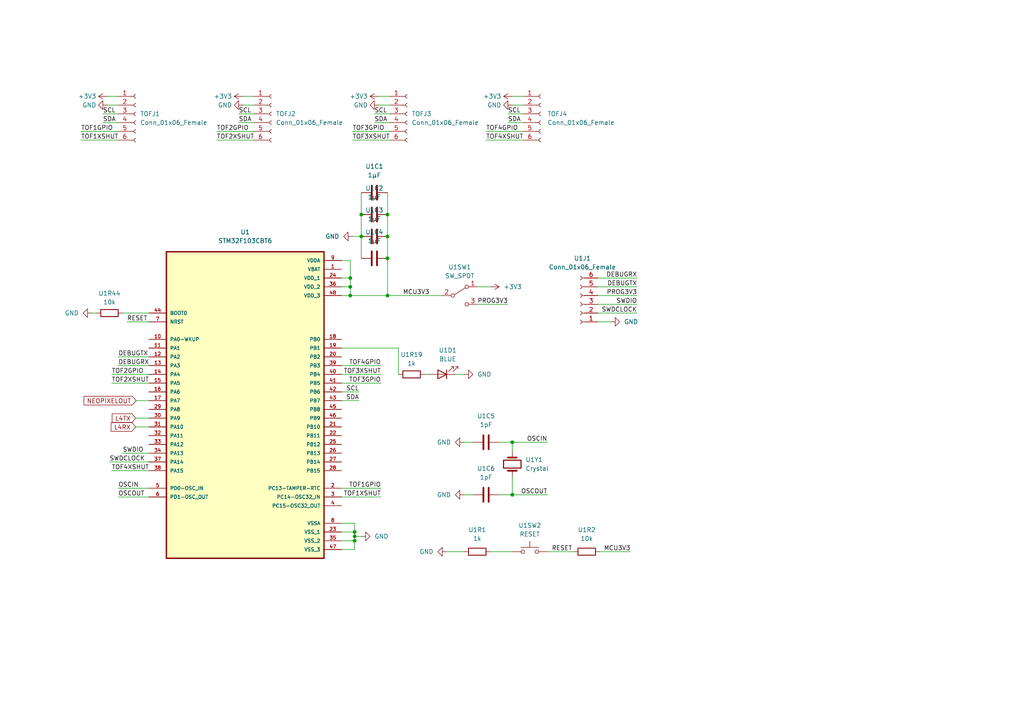
<source format=kicad_sch>
(kicad_sch (version 20211123) (generator eeschema)
  (paper "A4")
  (lib_symbols
    (symbol "Connector:Conn_01x06_Female" (pin_names (offset 1.016) hide)
      (property "Reference" "J" (at 0 7.62 0))
      (property "Value" "Conn_01x06_Female" (at 0 -10.16 0))
      (symbol "Conn_01x06_Female_1_1"
        (arc (start 0 -7.112) (mid -0.508 -7.62) (end 0 -8.128) (stroke (width 0.1524)))
        (arc (start 0 -4.572) (mid -0.508 -5.08) (end 0 -5.588) (stroke (width 0.1524)))
        (arc (start 0 -2.032) (mid -0.508 -2.54) (end 0 -3.048) (stroke (width 0.1524)))
        (polyline (pts (xy -1.27 -7.62) (xy -0.508 -7.62)) (stroke (width 0.1524)))
        (polyline (pts (xy -1.27 -5.08) (xy -0.508 -5.08)) (stroke (width 0.1524)))
        (polyline (pts (xy -1.27 -2.54) (xy -0.508 -2.54)) (stroke (width 0.1524)))
        (polyline (pts (xy -1.27 0) (xy -0.508 0)) (stroke (width 0.1524)))
        (polyline (pts (xy -1.27 2.54) (xy -0.508 2.54)) (stroke (width 0.1524)))
        (polyline (pts (xy -1.27 5.08) (xy -0.508 5.08)) (stroke (width 0.1524)))
        (arc (start 0 0.508) (mid -0.508 0) (end 0 -0.508) (stroke (width 0.1524)))
        (arc (start 0 3.048) (mid -0.508 2.54) (end 0 2.032) (stroke (width 0.1524)))
        (arc (start 0 5.588) (mid -0.508 5.08) (end 0 4.572) (stroke (width 0.1524)))
        (pin passive line (at -5.08 5.08 0) (length 3.81) (name "Pin_1") (number "1"))
        (pin passive line (at -5.08 2.54 0) (length 3.81) (name "Pin_2") (number "2"))
        (pin passive line (at -5.08 0 0) (length 3.81) (name "Pin_3") (number "3"))
        (pin passive line (at -5.08 -2.54 0) (length 3.81) (name "Pin_4") (number "4"))
        (pin passive line (at -5.08 -5.08 0) (length 3.81) (name "Pin_5") (number "5"))
        (pin passive line (at -5.08 -7.62 0) (length 3.81) (name "Pin_6") (number "6"))
      )
    )
    (symbol "Device:C" (pin_numbers hide) (pin_names (offset 0.254))
      (property "Reference" "C" (at 0.635 2.54 0))
      (property "Value" "C" (at 0.635 -2.54 0))
      (symbol "C_0_1"
        (polyline (pts (xy -2.032 -0.762) (xy 2.032 -0.762)) (stroke (width 0.508)))
        (polyline (pts (xy -2.032 0.762) (xy 2.032 0.762)) (stroke (width 0.508)))
      )
      (symbol "C_1_1"
        (pin passive line (at 0 3.81 270) (length 2.794) (name "~") (number "1"))
        (pin passive line (at 0 -3.81 90) (length 2.794) (name "~") (number "2"))
      )
    )
    (symbol "Device:Crystal" (pin_numbers hide) (pin_names (offset 1.016) hide)
      (property "Reference" "Y" (at 0 3.81 0))
      (property "Value" "Crystal" (at 0 -3.81 0))
      (symbol "Crystal_0_1"
        (rectangle (start -1.143 2.54) (end 1.143 -2.54) (stroke (width 0.3048)))
        (polyline (pts (xy -2.54 0) (xy -1.905 0)))
        (polyline (pts (xy -1.905 -1.27) (xy -1.905 1.27)) (stroke (width 0.508)))
        (polyline (pts (xy 1.905 -1.27) (xy 1.905 1.27)) (stroke (width 0.508)))
        (polyline (pts (xy 2.54 0) (xy 1.905 0)))
      )
      (symbol "Crystal_1_1"
        (pin passive line (at -3.81 0 0) (length 1.27) (name "1") (number "1"))
        (pin passive line (at 3.81 0 180) (length 1.27) (name "2") (number "2"))
      )
    )
    (symbol "Device:LED" (pin_numbers hide) (pin_names (offset 1.016) hide)
      (property "Reference" "D" (at 0 2.54 0))
      (property "Value" "LED" (at 0 -2.54 0))
      (symbol "LED_0_1"
        (polyline (pts (xy -1.27 -1.27) (xy -1.27 1.27)) (stroke (width 0.254)))
        (polyline (pts (xy -1.27 0) (xy 1.27 0)))
        (polyline (pts (xy 1.27 -1.27) (xy 1.27 1.27) (xy -1.27 0) (xy 1.27 -1.27)) (stroke (width 0.254)))
        (polyline (pts (xy -3.048 -0.762) (xy -4.572 -2.286) (xy -3.81 -2.286) (xy -4.572 -2.286) (xy -4.572 -1.524)))
        (polyline (pts (xy -1.778 -0.762) (xy -3.302 -2.286) (xy -2.54 -2.286) (xy -3.302 -2.286) (xy -3.302 -1.524)))
      )
      (symbol "LED_1_1"
        (pin passive line (at -3.81 0 0) (length 2.54) (name "K") (number "1"))
        (pin passive line (at 3.81 0 180) (length 2.54) (name "A") (number "2"))
      )
    )
    (symbol "Device:R" (pin_numbers hide) (pin_names (offset 0))
      (property "Reference" "R" (at 2.032 0 90))
      (property "Value" "R" (at 0 0 90))
      (symbol "R_0_1"
        (rectangle (start -1.016 -2.54) (end 1.016 2.54) (stroke (width 0.254)))
      )
      (symbol "R_1_1"
        (pin passive line (at 0 3.81 270) (length 1.27) (name "~") (number "1"))
        (pin passive line (at 0 -3.81 90) (length 1.27) (name "~") (number "2"))
      )
    )
    (symbol "STM32F103CBT6:STM32F103CBT6" (pin_names (offset 1.016))
      (property "Reference" "U" (at -22.86 43.942 0))
      (property "Value" "STM32F103CBT6" (at -22.86 -48.3108 0))
      (symbol "STM32F103CBT6_0_0"
        (rectangle (start -22.86 -45.72) (end 22.86 43.18) (stroke (width 0.4064)) (fill (type background)))
        (pin power_in line (at 27.94 38.1 180) (length 5.08) (name "VBAT") (number "1"))
        (pin bidirectional line (at -27.94 17.78 0) (length 5.08) (name "PA0-WKUP") (number "10"))
        (pin bidirectional line (at -27.94 15.24 0) (length 5.08) (name "PA1") (number "11"))
        (pin bidirectional line (at -27.94 12.7 0) (length 5.08) (name "PA2") (number "12"))
        (pin bidirectional line (at -27.94 10.16 0) (length 5.08) (name "PA3") (number "13"))
        (pin bidirectional line (at -27.94 7.62 0) (length 5.08) (name "PA4") (number "14"))
        (pin bidirectional line (at -27.94 5.08 0) (length 5.08) (name "PA5") (number "15"))
        (pin bidirectional line (at -27.94 2.54 0) (length 5.08) (name "PA6") (number "16"))
        (pin bidirectional line (at -27.94 0 0) (length 5.08) (name "PA7") (number "17"))
        (pin bidirectional line (at 27.94 17.78 180) (length 5.08) (name "PB0") (number "18"))
        (pin bidirectional line (at 27.94 15.24 180) (length 5.08) (name "PB1") (number "19"))
        (pin bidirectional line (at 27.94 -25.4 180) (length 5.08) (name "PC13-TAMPER-RTC") (number "2"))
        (pin bidirectional line (at 27.94 12.7 180) (length 5.08) (name "PB2") (number "20"))
        (pin bidirectional line (at 27.94 -7.62 180) (length 5.08) (name "PB10") (number "21"))
        (pin bidirectional line (at 27.94 -10.16 180) (length 5.08) (name "PB11") (number "22"))
        (pin power_in line (at 27.94 -38.1 180) (length 5.08) (name "VSS_1") (number "23"))
        (pin power_in line (at 27.94 35.56 180) (length 5.08) (name "VDD_1") (number "24"))
        (pin bidirectional line (at 27.94 -12.7 180) (length 5.08) (name "PB12") (number "25"))
        (pin bidirectional line (at 27.94 -15.24 180) (length 5.08) (name "PB13") (number "26"))
        (pin bidirectional line (at 27.94 -17.78 180) (length 5.08) (name "PB14") (number "27"))
        (pin bidirectional line (at 27.94 -20.32 180) (length 5.08) (name "PB15") (number "28"))
        (pin bidirectional line (at -27.94 -2.54 0) (length 5.08) (name "PA8") (number "29"))
        (pin bidirectional line (at 27.94 -27.94 180) (length 5.08) (name "PC14-OSC32_IN") (number "3"))
        (pin bidirectional line (at -27.94 -5.08 0) (length 5.08) (name "PA9") (number "30"))
        (pin bidirectional line (at -27.94 -7.62 0) (length 5.08) (name "PA10") (number "31"))
        (pin bidirectional line (at -27.94 -10.16 0) (length 5.08) (name "PA11") (number "32"))
        (pin bidirectional line (at -27.94 -12.7 0) (length 5.08) (name "PA12") (number "33"))
        (pin bidirectional line (at -27.94 -15.24 0) (length 5.08) (name "PA13") (number "34"))
        (pin power_in line (at 27.94 -40.64 180) (length 5.08) (name "VSS_2") (number "35"))
        (pin power_in line (at 27.94 33.02 180) (length 5.08) (name "VDD_2") (number "36"))
        (pin bidirectional line (at -27.94 -17.78 0) (length 5.08) (name "PA14") (number "37"))
        (pin bidirectional line (at -27.94 -20.32 0) (length 5.08) (name "PA15") (number "38"))
        (pin bidirectional line (at 27.94 10.16 180) (length 5.08) (name "PB3") (number "39"))
        (pin bidirectional line (at 27.94 -30.48 180) (length 5.08) (name "PC15-OSC32_OUT") (number "4"))
        (pin bidirectional line (at 27.94 7.62 180) (length 5.08) (name "PB4") (number "40"))
        (pin bidirectional line (at 27.94 5.08 180) (length 5.08) (name "PB5") (number "41"))
        (pin bidirectional line (at 27.94 2.54 180) (length 5.08) (name "PB6") (number "42"))
        (pin bidirectional line (at 27.94 0 180) (length 5.08) (name "PB7") (number "43"))
        (pin input line (at -27.94 25.4 0) (length 5.08) (name "BOOT0") (number "44"))
        (pin bidirectional line (at 27.94 -2.54 180) (length 5.08) (name "PB8") (number "45"))
        (pin bidirectional line (at 27.94 -5.08 180) (length 5.08) (name "PB9") (number "46"))
        (pin power_in line (at 27.94 -43.18 180) (length 5.08) (name "VSS_3") (number "47"))
        (pin power_in line (at 27.94 30.48 180) (length 5.08) (name "VDD_3") (number "48"))
        (pin bidirectional line (at -27.94 -25.4 0) (length 5.08) (name "PD0-OSC_IN") (number "5"))
        (pin bidirectional line (at -27.94 -27.94 0) (length 5.08) (name "PD1-OSC_OUT") (number "6"))
        (pin bidirectional line (at -27.94 22.86 0) (length 5.08) (name "NRST") (number "7"))
        (pin power_in line (at 27.94 -35.56 180) (length 5.08) (name "VSSA") (number "8"))
        (pin power_in line (at 27.94 40.64 180) (length 5.08) (name "VDDA") (number "9"))
      )
    )
    (symbol "Switch:SW_Push" (pin_numbers hide) (pin_names (offset 1.016) hide)
      (property "Reference" "SW" (at 1.27 2.54 0))
      (property "Value" "SW_Push" (at 0 -1.524 0))
      (symbol "SW_Push_0_1"
        (circle (center -2.032 0) (radius 0.508))
        (polyline (pts (xy 0 1.27) (xy 0 3.048)))
        (polyline (pts (xy 2.54 1.27) (xy -2.54 1.27)))
        (circle (center 2.032 0) (radius 0.508))
        (pin passive line (at -5.08 0 0) (length 2.54) (name "1") (number "1"))
        (pin passive line (at 5.08 0 180) (length 2.54) (name "2") (number "2"))
      )
    )
    (symbol "Switch:SW_SPDT" (pin_names (offset 0) hide)
      (property "Reference" "SW" (at 0 4.318 0))
      (property "Value" "SW_SPDT" (at 0 -5.08 0))
      (symbol "SW_SPDT_0_0"
        (circle (center -2.032 0) (radius 0.508))
        (circle (center 2.032 -2.54) (radius 0.508))
      )
      (symbol "SW_SPDT_0_1"
        (polyline (pts (xy -1.524 0.254) (xy 1.651 2.286)))
        (circle (center 2.032 2.54) (radius 0.508))
      )
      (symbol "SW_SPDT_1_1"
        (pin passive line (at 5.08 2.54 180) (length 2.54) (name "A") (number "1"))
        (pin passive line (at -5.08 0 0) (length 2.54) (name "B") (number "2"))
        (pin passive line (at 5.08 -2.54 180) (length 2.54) (name "C") (number "3"))
      )
    )
    (symbol "power:+3V3" (power) (pin_names (offset 0))
      (property "Value" "+3V3" (at 0 3.556 0))
      (symbol "+3V3_0_1"
        (polyline (pts (xy -0.762 1.27) (xy 0 2.54)))
        (polyline (pts (xy 0 0) (xy 0 2.54)))
        (polyline (pts (xy 0 2.54) (xy 0.762 1.27)))
      )
      (symbol "+3V3_1_1"
        (pin power_in line (at 0 0 90) (length 0) hide (name "+3V3") (number "1"))
      )
    )
    (symbol "power:GND" (power) (pin_names (offset 0))
      (property "Value" "GND" (at 0 -3.81 0))
      (symbol "GND_0_1"
        (polyline (pts (xy 0 0) (xy 0 -1.27) (xy 1.27 -1.27) (xy 0 -2.54) (xy -1.27 -1.27) (xy 0 -1.27)))
      )
      (symbol "GND_1_1"
        (pin power_in line (at 0 0 270) (length 0) hide (name "GND") (number "1"))
      )
    )
  )
  (junction (at 148.59 143.51))
  (junction (at 102.87 154.305))
  (junction (at 148.59 128.27))
  (junction (at 112.395 74.93))
  (junction (at 102.87 156.845))
  (junction (at 101.6 80.645))
  (junction (at 112.395 62.23))
  (junction (at 104.775 68.58))
  (junction (at 104.775 62.23))
  (junction (at 101.6 85.725))
  (junction (at 101.6 83.185))
  (junction (at 112.395 85.725))
  (junction (at 102.87 155.575))
  (junction (at 112.395 68.58))
  (wire (pts (xy 62.865 38.1) (xy 73.66 38.1)))
  (wire (pts (xy 148.59 128.27) (xy 148.59 130.81)))
  (wire (pts (xy 99.06 85.725) (xy 101.6 85.725)))
  (wire (pts (xy 112.395 85.725) (xy 128.27 85.725)))
  (wire (pts (xy 23.495 38.1) (xy 34.29 38.1)))
  (wire (pts (xy 70.485 27.94) (xy 73.66 27.94)))
  (wire (pts (xy 134.62 128.27) (xy 137.16 128.27)))
  (wire (pts (xy 32.385 108.585) (xy 43.18 108.585)))
  (wire (pts (xy 173.99 160.02) (xy 182.88 160.02)))
  (wire (pts (xy 138.43 88.265) (xy 147.32 88.265)))
  (wire (pts (xy 29.845 35.56) (xy 34.29 35.56)))
  (wire (pts (xy 99.06 83.185) (xy 101.6 83.185)))
  (wire (pts (xy 69.215 35.56) (xy 73.66 35.56)))
  (wire (pts (xy 148.59 143.51) (xy 158.75 143.51)))
  (wire (pts (xy 102.235 40.64) (xy 113.03 40.64)))
  (wire (pts (xy 173.355 88.265) (xy 184.785 88.265)))
  (wire (pts (xy 39.37 116.205) (xy 43.18 116.205)))
  (wire (pts (xy 99.06 144.145) (xy 110.49 144.145)))
  (wire (pts (xy 39.37 121.285) (xy 43.18 121.285)))
  (wire (pts (xy 29.845 33.02) (xy 34.29 33.02)))
  (wire (pts (xy 112.395 68.58) (xy 112.395 74.93)))
  (wire (pts (xy 134.62 143.51) (xy 137.16 143.51)))
  (wire (pts (xy 26.67 90.805) (xy 27.94 90.805)))
  (wire (pts (xy 147.32 33.02) (xy 151.765 33.02)))
  (wire (pts (xy 102.235 68.58) (xy 104.775 68.58)))
  (wire (pts (xy 142.24 160.02) (xy 148.59 160.02)))
  (wire (pts (xy 147.32 35.56) (xy 151.765 35.56)))
  (wire (pts (xy 173.355 83.185) (xy 184.785 83.185)))
  (wire (pts (xy 109.855 30.48) (xy 113.03 30.48)))
  (wire (pts (xy 104.775 62.23) (xy 104.775 68.58)))
  (wire (pts (xy 99.06 75.565) (xy 101.6 75.565)))
  (wire (pts (xy 99.06 141.605) (xy 110.49 141.605)))
  (wire (pts (xy 104.775 68.58) (xy 104.775 74.93)))
  (wire (pts (xy 148.59 128.27) (xy 158.75 128.27)))
  (wire (pts (xy 32.385 111.125) (xy 43.18 111.125)))
  (wire (pts (xy 99.06 100.965) (xy 115.57 100.965)))
  (wire (pts (xy 99.06 151.765) (xy 102.87 151.765)))
  (wire (pts (xy 34.29 103.505) (xy 43.18 103.505)))
  (wire (pts (xy 144.78 143.51) (xy 148.59 143.51)))
  (wire (pts (xy 99.06 154.305) (xy 102.87 154.305)))
  (wire (pts (xy 112.395 55.88) (xy 112.395 62.23)))
  (wire (pts (xy 102.87 155.575) (xy 104.775 155.575)))
  (wire (pts (xy 69.215 33.02) (xy 73.66 33.02)))
  (wire (pts (xy 23.495 40.64) (xy 34.29 40.64)))
  (wire (pts (xy 158.75 160.02) (xy 166.37 160.02)))
  (wire (pts (xy 104.775 55.88) (xy 104.775 62.23)))
  (wire (pts (xy 99.06 159.385) (xy 102.87 159.385)))
  (wire (pts (xy 99.06 106.045) (xy 110.49 106.045)))
  (wire (pts (xy 144.78 128.27) (xy 148.59 128.27)))
  (wire (pts (xy 32.385 136.525) (xy 43.18 136.525)))
  (wire (pts (xy 173.355 85.725) (xy 184.785 85.725)))
  (wire (pts (xy 173.355 90.805) (xy 184.785 90.805)))
  (wire (pts (xy 115.57 100.965) (xy 115.57 108.585)))
  (wire (pts (xy 123.19 108.585) (xy 124.46 108.585)))
  (wire (pts (xy 140.97 38.1) (xy 151.765 38.1)))
  (wire (pts (xy 99.06 111.125) (xy 110.49 111.125)))
  (wire (pts (xy 34.29 144.145) (xy 43.18 144.145)))
  (wire (pts (xy 35.56 90.805) (xy 43.18 90.805)))
  (wire (pts (xy 99.06 116.205) (xy 104.14 116.205)))
  (wire (pts (xy 36.83 93.345) (xy 43.18 93.345)))
  (wire (pts (xy 129.54 160.02) (xy 134.62 160.02)))
  (wire (pts (xy 31.115 30.48) (xy 34.29 30.48)))
  (wire (pts (xy 102.87 156.845) (xy 102.87 155.575)))
  (wire (pts (xy 138.43 83.185) (xy 142.24 83.185)))
  (wire (pts (xy 101.6 83.185) (xy 101.6 85.725)))
  (wire (pts (xy 99.06 80.645) (xy 101.6 80.645)))
  (wire (pts (xy 34.29 141.605) (xy 43.18 141.605)))
  (wire (pts (xy 112.395 74.93) (xy 112.395 85.725)))
  (wire (pts (xy 102.87 159.385) (xy 102.87 156.845)))
  (wire (pts (xy 148.59 138.43) (xy 148.59 143.51)))
  (wire (pts (xy 109.855 27.94) (xy 113.03 27.94)))
  (wire (pts (xy 101.6 75.565) (xy 101.6 80.645)))
  (wire (pts (xy 99.06 113.665) (xy 104.14 113.665)))
  (wire (pts (xy 173.355 80.645) (xy 184.785 80.645)))
  (wire (pts (xy 173.355 93.345) (xy 177.165 93.345)))
  (wire (pts (xy 112.395 62.23) (xy 112.395 68.58)))
  (wire (pts (xy 31.75 133.985) (xy 43.18 133.985)))
  (wire (pts (xy 102.235 38.1) (xy 113.03 38.1)))
  (wire (pts (xy 102.87 155.575) (xy 102.87 154.305)))
  (wire (pts (xy 148.59 30.48) (xy 151.765 30.48)))
  (wire (pts (xy 108.585 33.02) (xy 113.03 33.02)))
  (wire (pts (xy 102.87 154.305) (xy 102.87 151.765)))
  (wire (pts (xy 99.06 156.845) (xy 102.87 156.845)))
  (wire (pts (xy 70.485 30.48) (xy 73.66 30.48)))
  (wire (pts (xy 101.6 80.645) (xy 101.6 83.185)))
  (wire (pts (xy 99.06 108.585) (xy 110.49 108.585)))
  (wire (pts (xy 39.37 123.825) (xy 43.18 123.825)))
  (wire (pts (xy 31.115 27.94) (xy 34.29 27.94)))
  (wire (pts (xy 35.56 131.445) (xy 43.18 131.445)))
  (wire (pts (xy 140.97 40.64) (xy 151.765 40.64)))
  (wire (pts (xy 34.29 106.045) (xy 43.18 106.045)))
  (wire (pts (xy 101.6 85.725) (xy 112.395 85.725)))
  (wire (pts (xy 62.865 40.64) (xy 73.66 40.64)))
  (wire (pts (xy 148.59 27.94) (xy 151.765 27.94)))
  (wire (pts (xy 132.08 108.585) (xy 134.62 108.585)))
  (wire (pts (xy 108.585 35.56) (xy 113.03 35.56)))
  (label "TOF2XSHUT" (at 62.865 40.64 0))
  (label "PROG3V3" (at 184.785 85.725 180))
  (label "SDA" (at 147.32 35.56 0))
  (label "OSCIN" (at 34.29 141.605 0))
  (label "MCU3V3" (at 182.88 160.02 180))
  (label "SCL" (at 108.585 33.02 0))
  (label "OSCOUT" (at 158.75 143.51 180))
  (label "SWDCLOCK" (at 184.785 90.805 180))
  (label "SCL" (at 69.215 33.02 0))
  (label "TOF1XSHUT" (at 110.49 144.145 180))
  (label "TOF3XSHUT" (at 102.235 40.64 0))
  (label "SDA" (at 29.845 35.56 0))
  (label "PROG3V3" (at 147.32 88.265 180))
  (label "TOF2GPIO" (at 32.385 108.585 0))
  (label "DEBUGRX" (at 184.785 80.645 180))
  (label "TOF3GPIO" (at 110.49 111.125 180))
  (label "SDA" (at 108.585 35.56 0))
  (label "OSCIN" (at 158.75 128.27 180))
  (label "SCL" (at 147.32 33.02 0))
  (label "TOF2XSHUT" (at 32.385 111.125 0))
  (label "TOF4GPIO" (at 110.49 106.045 180))
  (label "DEBUGTX" (at 184.785 83.185 180))
  (label "TOF3GPIO" (at 102.235 38.1 0))
  (label "TOF4GPIO" (at 140.97 38.1 0))
  (label "SCL" (at 29.845 33.02 0))
  (label "SCL" (at 104.14 113.665 180))
  (label "TOF1XSHUT" (at 23.495 40.64 0))
  (label "TOF1GPIO" (at 110.49 141.605 180))
  (label "TOF2GPIO" (at 62.865 38.1 0))
  (label "OSCOUT" (at 34.29 144.145 0))
  (label "TOF4XSHUT" (at 32.385 136.525 0))
  (label "SWDCLOCK" (at 31.75 133.985 0))
  (label "RESET" (at 36.83 93.345 0))
  (label "TOF1GPIO" (at 23.495 38.1 0))
  (label "TOF3XSHUT" (at 110.49 108.585 180))
  (label "SDA" (at 69.215 35.56 0))
  (label "TOF4XSHUT" (at 140.97 40.64 0))
  (label "MCU3V3" (at 116.84 85.725 0))
  (label "SWDIO" (at 184.785 88.265 180))
  (label "DEBUGTX" (at 34.29 103.505 0))
  (label "DEBUGRX" (at 34.29 106.045 0))
  (label "SDA" (at 104.14 116.205 180))
  (label "SWDIO" (at 35.56 131.445 0))
  (label "RESET" (at 160.02 160.02 0))
  (global_label "NEOPIXELOUT" (shape input) (at 39.4885 116.205 180) (property "Intersheet References" "${INTERSHEET_REFS}" (effects hide)))
  (global_label "L4RX" (shape input) (at 39.37 123.825 180) (property "Intersheet References" "${INTERSHEET_REFS}" (effects hide)))
  (global_label "L4TX" (shape input) (at 39.37 121.285 180) (property "Intersheet References" "${INTERSHEET_REFS}" (effects hide)))
  (symbol (lib_id "Device:R") (at 119.38 108.585 90) (unit 1)
    (property "Reference" "U1R19" (at 119.38 102.87 90))
    (property "Value" "1k" (at 119.38 105.41 90))
    (property "Footprint" "Resistors:0603" (effects hide))
  )
  (symbol (lib_id "Device:C") (at 108.585 68.58 90) (unit 1)
    (property "Reference" "U1C3" (at 108.585 60.96 90))
    (property "Value" "1µF" (at 108.585 63.5 90))
    (property "Footprint" "Capacitors:0603" (effects hide))
  )
  (symbol (lib_id "power:+3V3") (at 31.115 27.94 90) (unit 1)
    (property "Reference" "#PWR01" (effects hide))
    (property "Value" "+3V3" (at 27.94 27.9399 90) (effects (justify left)))
  )
  (symbol (lib_id "power:+3V3") (at 142.24 83.185 270) (unit 1)
    (property "Reference" "#PWR0115" (effects hide))
    (property "Value" "+3V3" (at 146.05 83.1849 90) (effects (justify left)))
  )
  (symbol (lib_id "power:+3V3") (at 109.855 27.94 90) (unit 1)
    (property "Reference" "#PWR05" (effects hide))
    (property "Value" "+3V3" (at 106.68 27.9399 90) (effects (justify left)))
  )
  (symbol (lib_id "Device:C") (at 140.97 143.51 90) (unit 1)
    (property "Reference" "U1C6" (at 140.97 135.89 90))
    (property "Value" "1pF" (at 140.97 138.43 90))
    (property "Footprint" "Capacitors:0603" (effects hide))
  )
  (symbol (lib_id "power:GND") (at 102.235 68.58 270) (unit 1)
    (property "Reference" "#PWR0113" (effects hide))
    (property "Value" "GND" (at 98.425 68.5799 90) (effects (justify right)))
  )
  (symbol (lib_id "power:GND") (at 109.855 30.48 270) (unit 1)
    (property "Reference" "#PWR06" (effects hide))
    (property "Value" "GND" (at 106.68 30.4799 90) (effects (justify right)))
  )
  (symbol (lib_id "Switch:SW_Push") (at 153.67 160.02 0) (unit 1)
    (property "Reference" "U1SW2" (at 153.67 152.4 0))
    (property "Value" "RESET" (at 153.67 154.94 0))
    (property "Footprint" "Button_Switch_SMD:SW_Push_SPST_NO_Alps_SKRK" (effects hide))
  )
  (symbol (lib_id "Device:R") (at 31.75 90.805 90) (unit 1)
    (property "Reference" "U1R44" (at 31.75 85.09 90))
    (property "Value" "10k" (at 31.75 87.63 90))
    (property "Footprint" "Resistors:0603" (effects hide))
  )
  (symbol (lib_id "power:GND") (at 31.115 30.48 270) (unit 1)
    (property "Reference" "#PWR02" (effects hide))
    (property "Value" "GND" (at 27.94 30.4799 90) (effects (justify right)))
  )
  (symbol (lib_id "power:GND") (at 104.775 155.575 90) (unit 1)
    (property "Reference" "#PWR0120" (effects hide))
    (property "Value" "GND" (at 108.585 155.5749 90) (effects (justify right)))
  )
  (symbol (lib_id "Device:C") (at 140.97 128.27 90) (unit 1)
    (property "Reference" "U1C5" (at 140.97 120.65 90))
    (property "Value" "1pF" (at 140.97 123.19 90))
    (property "Footprint" "Capacitors:0603" (effects hide))
  )
  (symbol (lib_id "Connector:Conn_01x06_Female") (at 156.845 33.02 0) (unit 1)
    (property "Reference" "TOFJ4" (at 158.75 33.0199 0) (effects (justify left)))
    (property "Value" "Conn_01x06_Female" (at 158.75 35.5599 0) (effects (justify left)))
    (property "Footprint" "Connectors:1X06_FEMALE_LOCK.010" (effects hide))
  )
  (symbol (lib_id "Device:LED") (at 128.27 108.585 180) (unit 1)
    (property "Reference" "U1D1" (at 129.8575 101.6 0))
    (property "Value" "BLUE" (at 129.8575 104.14 0))
    (property "Footprint" "LED:LED-0603" (effects hide))
  )
  (symbol (lib_id "power:GND") (at 134.62 108.585 90) (unit 1)
    (property "Reference" "#PWR0114" (effects hide))
    (property "Value" "GND" (at 138.43 108.5849 90) (effects (justify right)))
  )
  (symbol (lib_id "power:GND") (at 134.62 143.51 270) (unit 1)
    (property "Reference" "#PWR0119" (effects hide))
    (property "Value" "GND" (at 130.81 143.5099 90) (effects (justify right)))
  )
  (symbol (lib_id "power:+3V3") (at 148.59 27.94 90) (unit 1)
    (property "Reference" "#PWR07" (effects hide))
    (property "Value" "+3V3" (at 145.415 27.9399 90) (effects (justify left)))
  )
  (symbol (lib_id "Connector:Conn_01x06_Female") (at 78.74 33.02 0) (unit 1)
    (property "Reference" "TOFJ2" (at 80.01 33.0199 0) (effects (justify left)))
    (property "Value" "Conn_01x06_Female" (at 80.01 35.5599 0) (effects (justify left)))
    (property "Footprint" "Connectors:1X06_FEMALE_LOCK.010" (effects hide))
  )
  (symbol (lib_id "power:GND") (at 148.59 30.48 270) (unit 1)
    (property "Reference" "#PWR08" (effects hide))
    (property "Value" "GND" (at 145.415 30.4799 90) (effects (justify right)))
  )
  (symbol (lib_id "power:GND") (at 70.485 30.48 270) (unit 1)
    (property "Reference" "#PWR04" (effects hide))
    (property "Value" "GND" (at 67.31 30.4799 90) (effects (justify right)))
  )
  (symbol (lib_id "Device:C") (at 108.585 55.88 90) (unit 1)
    (property "Reference" "U1C1" (at 108.585 48.26 90))
    (property "Value" "1µF" (at 108.585 50.8 90))
    (property "Footprint" "Capacitors:0603" (effects hide))
  )
  (symbol (lib_id "Switch:SW_SPDT") (at 133.35 85.725 0) (unit 1)
    (property "Reference" "U1SW1" (at 133.35 77.47 0))
    (property "Value" "SW_SPDT" (at 133.35 80.01 0))
    (property "Footprint" "Switches:SWITCH_SPDT_PTH_11.6X4.0MM_LOCK" (effects hide))
  )
  (symbol (lib_id "power:GND") (at 129.54 160.02 270) (unit 1)
    (property "Reference" "#PWR0118" (effects hide))
    (property "Value" "GND" (at 125.73 160.0199 90) (effects (justify right)))
  )
  (symbol (lib_id "Device:C") (at 108.585 74.93 90) (unit 1)
    (property "Reference" "U1C4" (at 108.585 67.31 90))
    (property "Value" "1µF" (at 108.585 69.85 90))
    (property "Footprint" "Capacitors:0603" (effects hide))
  )
  (symbol (lib_id "Device:R") (at 138.43 160.02 270) (unit 1)
    (property "Reference" "U1R1" (at 138.43 153.67 90))
    (property "Value" "1k" (at 138.43 156.21 90))
    (property "Footprint" "Resistors:0603" (effects hide))
  )
  (symbol (lib_id "power:GND") (at 26.67 90.805 270) (unit 1)
    (property "Reference" "#PWR0117" (effects hide))
    (property "Value" "GND" (at 22.86 90.8049 90) (effects (justify right)))
  )
  (symbol (lib_id "power:GND") (at 177.165 93.345 90) (unit 1)
    (property "Reference" "#PWR0116" (effects hide))
    (property "Value" "GND" (at 180.975 93.3449 90) (effects (justify right)))
  )
  (symbol (lib_id "Device:Crystal") (at 148.59 134.62 90) (unit 1)
    (property "Reference" "U1Y1" (at 152.4 133.3499 90) (effects (justify right)))
    (property "Value" "Crystal" (at 152.4 135.8899 90) (effects (justify right)))
    (property "Footprint" "Clocks:CRYSTAL-SMD-5X3.2-2PAD" (effects hide))
  )
  (symbol (lib_id "power:GND") (at 134.62 128.27 270) (unit 1)
    (property "Reference" "#PWR0121" (effects hide))
    (property "Value" "GND" (at 130.81 128.2699 90) (effects (justify right)))
  )
  (symbol (lib_id "Connector:Conn_01x06_Female") (at 168.275 88.265 180) (unit 1)
    (property "Reference" "U1J1" (at 168.91 74.93 0))
    (property "Value" "Conn_01x06_Female" (at 168.91 77.47 0))
    (property "Footprint" "Connector_JST:JST_SH_SM06B-SRSS-TB_1x06-1MP_P1.00mm_Horizontal" (effects hide))
  )
  (symbol (lib_id "Device:C") (at 108.585 62.23 90) (unit 1)
    (property "Reference" "U1C2" (at 108.585 54.61 90))
    (property "Value" "1µF" (at 108.585 57.15 90))
    (property "Footprint" "Capacitors:0603" (effects hide))
  )
  (symbol (lib_id "STM32F103CBT6:STM32F103CBT6") (at 71.12 116.205 0) (unit 1)
    (property "Reference" "U1" (at 71.12 67.31 0))
    (property "Value" "STM32F103CBT6" (at 71.12 69.85 0))
    (property "Footprint" "STM32F103CBT6:QFP50P900X900X160-48N" (effects hide))
    (property "STANDARD" "IPC-7351B" (effects hide))
    (property "PARTREV" "10" (effects hide))
    (property "MANUFACTURER" "STMicroelectronics" (effects hide))
  )
  (symbol (lib_id "Connector:Conn_01x06_Female") (at 39.37 33.02 0) (unit 1)
    (property "Reference" "TOFJ1" (at 40.64 33.0199 0) (effects (justify left)))
    (property "Value" "Conn_01x06_Female" (at 40.64 35.5599 0) (effects (justify left)))
    (property "Footprint" "Connectors:1X06_FEMALE_LOCK.010" (effects hide))
  )
  (symbol (lib_id "Device:R") (at 170.18 160.02 90) (unit 1)
    (property "Reference" "U1R2" (at 170.18 153.67 90))
    (property "Value" "10k" (at 170.18 156.21 90))
    (property "Footprint" "Resistors:0603" (effects hide))
  )
  (symbol (lib_id "Connector:Conn_01x06_Female") (at 118.11 33.02 0) (unit 1)
    (property "Reference" "TOFJ3" (at 119.38 33.0199 0) (effects (justify left)))
    (property "Value" "Conn_01x06_Female" (at 119.38 35.5599 0) (effects (justify left)))
    (property "Footprint" "Connectors:1X06_FEMALE_LOCK.010" (effects hide))
  )
  (symbol (lib_id "power:+3V3") (at 70.485 27.94 90) (unit 1)
    (property "Reference" "#PWR03" (effects hide))
    (property "Value" "+3V3" (at 67.31 27.9399 90) (effects (justify left)))
  )
)
</source>
